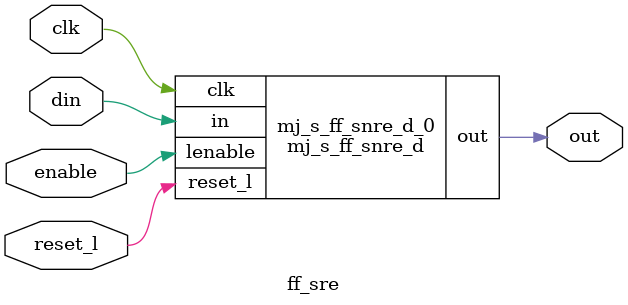
<source format=v>
/*
 *
 * Taken from VCEGAR benchmarks -- http://www.cprover.org/hardware/benchmarks/vcegar-benchmarks.tgz
 * Modified by Ahmed Irfan <irfan@fbk.eu>
 *
 */ 
/****************************************************************
 ---------------------------------------------------------------
     Copyright 1999 Sun Microsystems, Inc., 901 San Antonio
     Road, Palo Alto, CA 94303, U.S.A.  All Rights Reserved.
     The contents of this file are subject to the current
     version of the Sun Community Source License, picoJava-II
     Core ("the License").  You may not use this file except
     in compliance with the License.  You may obtain a copy
     of the License by searching for "Sun Community Source
     License" on the World Wide Web at http://www.sun.com.
     See the License for the rights, obligations, and
     limitations governing use of the contents of this file.

     Sun, Sun Microsystems, the Sun logo, and all Sun-based
     trademarks and logos, Java, picoJava, and all Java-based
     trademarks and logos are trademarks or registered trademarks 
     of Sun Microsystems, Inc. in the United States and other
     countries.
 ----------------------------------------------------------------
******************************************************************/




module icctl (
    biu_icu_ack,       // input  (ic_cntl) <= ()
    clk,               // input  (ibuf_ctl,ic_cntl) <= ()
    icu_addr_2_0,      // input  (ibuf_ctl,ic_cntl) <= ()
    icu_hit,           // input  (ic_cntl) <= ()
    iu_brtaken_e,      // input  (ic_cntl) <= ()
    iu_data_e_0,       // input  (ic_cntl) <= ()
    iu_flush_e,        // input  (ic_cntl) <= ()
    iu_ic_diag_e,      // input  (ic_cntl) <= ()
    iu_psr_ice,        // input  (ic_cntl) <= ()
    iu_shift_d,        // input  (ibuf_ctl) <= ()
    reset_l,             // input  (ibuf_ctl,ic_cntl) <= ()
    pcsu_powerdown,    // input  (ic_cntl) <= ()	
    iu_psr_bm8,        // input  (ic_cntl, ibuf_ctl) <= (iu)
    next_fetch_inc,    // output (ic_cntl) => (icu_dpath)
    encod_shift_e,     // output (ibuf_ctl) => ()
    ibuf_pc_sel,       // output (ibuf_ctl) => ()
    icu_addr_sel,       // output (ic_cntl) => ()
    ibuf_enable,
    ic_data_sel,       // output (ic_cntl) => ()
    ic_dout_sel,       // output (ibuf_ctl) => ()
    icu_bypass_q,      // output (ic_cntl) => ()
    icu_drty_d,        // output (ibuf_ctl) => ()
    icu_itag_we,       // output (ic_cntl) => ()
    latch_biu_addr,    // output (ic_cntl) => ()
    icu_ram_we,        // output (ic_cntl) => ()
    icu_req,           // output (ic_cntl) => ()
    icu_size,          // output (ic_cntl) => ()
    icu_tag_sel,       // output (ic_cntl) => ()
    icu_tag_vld,       // output (ic_cntl) => ()
    icu_type,          // output (ic_cntl) => ()
    icu_vld_d,         // output (ibuf_ctl) => ()
    next_addr_sel,     // output (ic_cntl) => ()
    addr_reg_sel,     // output (ic_cntl) => ()
    addr_reg_enable,
    biu_addr_sel,     // output (ic_cntl) => ()
    diag_ld_cache_c,   // output (icctl) => (icu_dpath)
    icu_in_powerdown,  // output (icctl) => (pcsu)
    icram_powerdown,     // output (icctl) => (icu_dpath)	
    icu_hold,           // output (icctl) => (iu)
    valid,
    misc_wrd_sel,
    fill_word_addr,
    ice_line_align,
    bypass_ack
    );

input	[1:0]	biu_icu_ack;     // Acknowledge from biu that data from memory is available
input		clk;
input	[2:0]	icu_addr_2_0;    // bits 2:0 of icu_addr bus;
input		icu_hit;         // Icache Hit
input		iu_brtaken_e;    // branch taken in E stage
input		iu_data_e_0;     // bit 0 of iu data bus used for diagnostic writes
input		iu_flush_e;      // flush instruction in E stage
input	[3:0]	iu_ic_diag_e;    // diagnostic rd/wr to tags/ram
input		iu_psr_ice;      // Icache Enable in the PSR 
input	[7:0]	iu_shift_d;      // This tells how many times data should be	-- From iu
input		reset_l;
input           pcsu_powerdown;  // PCSU request for powerdown
input           iu_psr_bm8;      // 8 bit boot code enable from IU
input		ice_line_align;  //
output  [3:0]   next_fetch_inc;  // next_fetch_inc = 1, if iu_psr_bm8 is asserted,
                                 // otherwise next_fetch_inc = 4, if bypass
				 // next_fetch_inc = 8, if hit
output	[2:0]	encod_shift_e;   // Encoded value of registerd iu_shft_d to be used in ibuffer for
output	[1:0]	ibuf_pc_sel;     // This will select either the seq. pc or br pc -- To Ibuffer
output	[1:0]	icu_addr_sel;     // select addr input to the tags/data
output		ic_data_sel;     // select cache fill data or misc data for instruction ram
output	[11:0]	ic_dout_sel;     // These selcets will select one of the four 	-- To ibuff
output		icu_bypass_q;    // bypass data from the cache
output	[6:0]	icu_drty_d;      // Dirty outputs from the first 5 locations     -- To iu
output		icu_itag_we;     // Write enable to the tags
output		latch_biu_addr;  // cache miss
output  [1:0]	icu_ram_we;      // write enable to the inst ram
output		ibuf_enable;
output		icu_req;         // request memory on a cache miss
output	[1:0]	icu_size;        // size of transaction
output		icu_tag_sel;     // To select input to the tag ram. either mar or misc store.
output		icu_tag_vld;     // valid bit of the tag - to be written into tagram
output	[3:0]	icu_type;        // type of transaction
output	[6:0]	icu_vld_d;       // Valid outputs from the first 5 locations	-- To iu
output	[3:0]	next_addr_sel;   // select the correct next_addr to access cache
output	[1:0]	addr_reg_sel;   // select the correct next_addr to access cache
output		addr_reg_enable;   // select the correct next_addr to access cache
output	[1:0]	biu_addr_sel;
output		diag_ld_cache_c; // Diagnostic rd to ram
output          icu_in_powerdown;// ICU notifies PCSU it is ready for clock shut off.
output          icram_powerdown; // powerdown signal to RAM and TAG
output          icu_hold;        // hold iu pipe for diagnostic access when
                                 // there is outstanding transaction in ICU
output	[15:0]	valid;
input		misc_wrd_sel;
output	[1:0]	fill_word_addr;
output		bypass_ack;

wire		ibuf_full;
wire		ic_drty;
wire		icu_stall;
wire    [3:0]   next_fetch_inc;

ic_cntl ic_cntl (
    .icu_req       (icu_req),            // output (ic_cntl) => ()
    .icu_type      (icu_type[3:0]),      // output (ic_cntl) => ()
    .icu_size      (icu_size[1:0]),      // output (ic_cntl) => ()
    .icu_addr_sel  (icu_addr_sel[1:0]),   // output (ic_cntl) => ()
    .next_addr_sel (next_addr_sel[3:0]), // output (ic_cntl) => ()
    .addr_reg_sel   (addr_reg_sel), // output (ic_cntl) => ()
    .addr_reg_enable(addr_reg_enable), // output (ic_cntl) => ()
    .biu_addr_sel  (biu_addr_sel[1:0]),  // output (ic_cntl) => ()
    .ic_data_sel   (ic_data_sel),        // output (ic_cntl) => ()
    .icu_tag_sel   (icu_tag_sel),        // output (ic_cntl) => ()
    .ic_drty       (ic_drty),            // output (ic_cntl) => (ibuf_ctl)
    .icu_stall     (icu_stall),          // output (ic_cntl) => (ibuf_ctl)
    .icu_tag_vld   (icu_tag_vld),        // output (ic_cntl) => ()
    .icu_itag_we   (icu_itag_we),        // output (ic_cntl) => ()
    .icu_ram_we    (icu_ram_we[1:0]),    // output (ic_cntl) => ()
    .icu_bypass_q  (icu_bypass_q),       // output (ic_cntl) => ()
    .latch_biu_addr (latch_biu_addr),	 // output (ic_cntl) => ()
    .diag_ld_cache_c(diag_ld_cache_c),   // output (ic_cntl) => (icu_dpath)
    .icu_in_powerdown (icu_in_powerdown),// output (ic_cntl) => ()
    .icram_powerdown (icram_powerdown),	 // output (ic_cntl) => ()
    .icu_hold      (icu_hold),           // output (ic_cntl) => ()
    .iu_ic_diag_e  (iu_ic_diag_e[3:0]),  // input  (ic_cntl) <= ()
    .biu_icu_ack   (biu_icu_ack[1:0]),   // input  (ic_cntl) <= ()
    .iu_psr_ice    (iu_psr_ice),         // input  (ic_cntl) <= ()
    .iu_brtaken_e  (iu_brtaken_e),       // input  (ic_cntl) <= ()
    .iu_flush_e    (iu_flush_e),         // input  (ic_cntl) <= ()
    .ibuf_full     (ibuf_full),          // input  (ic_cntl) <= (ibuf_ctl)
    .icu_hit       (icu_hit),            // input  (ic_cntl) <= ()
    .iu_data_e_0   (iu_data_e_0),        // input  (ic_cntl) <= ()
    .pcsu_powerdown(pcsu_powerdown),     // input  (ic_cntl) <= ()
    .next_fetch_inc(next_fetch_inc),     // output (ic_cntl) =>(icu_dpath)
    .iu_psr_bm8	   (iu_psr_bm8),         // input  (ic_cntl,ibuf_ctl) <=(iu)
    .misc_wrd_sel  (misc_wrd_sel),	 // input  
    .fill_word_addr (fill_word_addr),	 // output	
    .ice_line_align(ice_line_align),
    .bypass_ack    (bypass_ack),
    .clk           (clk),                // input  (ibuf_ctl,ic_cntl) <= ()
    .reset_l       (reset_l)             // input  (ibuf_ctl,ic_cntl) <= ()
    );

ibuf_ctl ibuf_ctl (
    .ic_drty       (ic_drty),            // input  (ibuf_ctl) <= (ic_cntl)
    .ibuf_enable   (ibuf_enable),        // input  (ibuf_ctl) <= (ic_cntl)
    .icu_stall	   (icu_stall),
    .ic_dout_sel   (ic_dout_sel[11:0]),  // output (ibuf_ctl) => ()
    .icu_vld_d     (icu_vld_d[6:0]),     // output (ibuf_ctl) => ()
    .icu_drty_d    (icu_drty_d[6:0]),    // output (ibuf_ctl) => ()
    .ibuf_full     (ibuf_full),          // output (ibuf_ctl) => (ic_cntl)
    .iu_shift_d    (iu_shift_d[7:0]),    // input  (ibuf_ctl) <= ()
    .encod_shift_e (encod_shift_e[2:0]), // output (ibuf_ctl) => ()
    .icu_addr_2_0  (icu_addr_2_0[2:0]),  // input  (ibuf_ctl,ic_cntl) <= ()
    .ibuf_pc_sel   (ibuf_pc_sel[1:0]),   // output (ibuf_ctl) => ()
    .reset_l       (reset_l),            // input  (ibuf_ctl,ic_cntl) <= ()
    .jmp_e         (iu_brtaken_e),       // input  (ibuf_ctl) <= (ic_cntl)
    .valid	   (valid),
    .iu_psr_bm8    (iu_psr_bm8),         // input  (ibuf_ctl,ic_cntl) <= (iu)
    .icu_bypass_q  (icu_bypass_q),       // input  (ibuf_ctl) <= (ic_cntl)
    .clk           (clk)                 // input  (ibuf_ctl,ic_cntl) <= ()
    );


endmodule // icctl


module  ic_cntl(
	icu_addr_sel,
	next_addr_sel,
	addr_reg_sel,
	addr_reg_enable,
	biu_addr_sel,
	icu_tag_sel,
	ic_data_sel,
	icu_req,
	icu_type,
	icu_size,
	ic_drty,
	icu_stall,
	icu_tag_vld,
	icu_itag_we,
	icu_ram_we,
	icu_bypass_q,
	latch_biu_addr,
        diag_ld_cache_c,
  	fill_word_addr,
        icu_in_powerdown,
        icram_powerdown,
        next_fetch_inc, 

	// INPUTS
	iu_psr_bm8,
	iu_psr_ice,
	iu_flush_e,
	iu_ic_diag_e,
	iu_brtaken_e,
	ibuf_full,
	iu_data_e_0,
	icu_hit,
	biu_icu_ack,
        pcsu_powerdown,
	icu_hold,
	misc_wrd_sel,
	ice_line_align,
	bypass_ack,
	clk,
	reset_l
	);
	


output			icu_req;	// request memory on a cache miss
output	[3:0]		icu_type;	// type of transaction
output	[1:0]		icu_size;	// size of transaction
output	[1:0]		icu_addr_sel;	// select addr input to the tags/data
output	[3:0]		next_addr_sel;	// select the correct next_addr to access cache
output	[1:0]		addr_reg_sel;	// select the correct next_addr to access cache
output			addr_reg_enable;// enable to icu_addr_d1 latch
output  [1:0]           biu_addr_sel;
output			ic_data_sel;	// select cache fill data or misc data for instruction ram
output			icu_tag_sel;	// To select input to the tag ram. either mar or misc store.
output			ic_drty;	// Error acknowledge returned by memory
output			icu_stall;	// Stall to iu pipe for diagnostic rd/writes
output			icu_tag_vld;	// valid bit of the tag - to be written into tagram
output			icu_itag_we;	// Write enable to the tags
output	[1:0]		icu_ram_we;	// write enable to the inst ram
output			icu_bypass_q;	// bypass data from the cache
output			latch_biu_addr; // latch the memory addr (in case of cache miss)
output                  diag_ld_cache_c;// diagnostic rd to ram
output	[1:0]		fill_word_addr; //  word addr during fill
output                  icu_in_powerdown;// ICU notifies PCSU it is ready for clock shut off.
output                  icram_powerdown;// powerdown signal to RAM and TAG
output  [3:0]           next_fetch_inc; // next_fetch_inc = 1, if iu_psr_bm8 is asserted,
                                        // otherwise next_fetch_inc = 4, if bypass, 8, if hit
output			icu_hold;       // hold iu pipe for diagnostic access when
					// there is outstanding transaction in ICU 
input           	iu_psr_bm8;     // 8 bit boot code enable from IU
input	[3:0]		iu_ic_diag_e;	// diagnostic rd/wr to tags/ram
input	[1:0]		biu_icu_ack;	// Acknowledge from biu that data from memory is available
input			iu_psr_ice;	// Icache Enable in the PSR 
input			iu_brtaken_e;	// branch taken in E stage
input			iu_flush_e;	// flush instruction in E stage
input			ibuf_full;	// Ibuffer is full. (icache should go idle)
input			icu_hit;	// Icache Hit
input			iu_data_e_0;	// bit 0 of iu data bus used for diagnostic writes
input                   pcsu_powerdown; // PCSU request for powerdown
input			misc_wrd_sel;
input			ice_line_align;
output			bypass_ack;
input			clk;
input			reset_l;

wire			normal_ack;
wire			second_fill_cyc;
wire 			third_fill_cyc;
wire			fourth_fill_cyc;
wire			nc_fill_cyc;
wire			error_ack;
wire	[6:0]		ic_miss_state;
reg	[6:0]		tmp_ic_miss_state;
wire	[6:0]		next_miss_state;
wire			valid_diag_e;
wire			valid_diag_c;
wire			icu_miss;
wire			ic_idle;
wire			diag_st_cache_e;
wire			diag_ld_cache_e;
wire			diag_st_tag_e;
wire			diag_ld_tag_e;
wire			set_stall ;
wire			cache_fill_cyc;
wire			stall_valid;
wire			reset_d1_l ;
wire			jmp_e;
wire			fourth_fill_cyc_d1;
wire			nc_fill_cyc_d1;
wire			ic_idle_d1;
wire                    icram_powerdown;
wire 	[3:0]		next_fetch_inc;
wire 			qual_iu_flush_e; 
wire			icu_hold;
wire			nc_req;
wire			ic_req;
wire 			cacheable;
wire 			qual_iu_psr_ice;
wire 			qual_iu_psr_ice_q;
wire			icu_bypass_q;
wire			standby_d1;
wire			new_psr_ice;

// *****************************************************************************
// 
// iu_psr_ice does not become effective until the subsequent icu_addr_d1 
// becomes aligned on line boundary( ice_line_align=(icu_addr_d1[3:0] == 4'h0) ).
// This simplifies the ibuffer new_valid equations because with ice_line_align  
// used to qualify iu_psr_ice there should be no need to align the cached data 
// to fill the ibuffer in the middle. This corner case occurs in a scenario:
//
// The cache is on while ibuf's PC is on 2nd or 4th word. After the line has been 
// filled to I$, the 2nd or 4th word needs to be aligned and filled to Ibuffer.    
// This kind of alignment complicates the new_valid equations and verification
// work.  
// 
// With qual_iu_psr_ice, if there is any alignment, it must be caused by branch
// or trap and the data always fill from the first byte of the ibuffer. 
//
// ******************************************************************************


// qual_iu_psr_ice changes only when there is a fetch address in cache access
// stage along a cache line boundary.
wire    qual_iu_psr_ice_sel = ic_idle& ice_line_align & !valid_diag_c&!nc_fill_cyc_d1&!fourth_fill_cyc_d1;
assign  qual_iu_psr_ice = qual_iu_psr_ice_sel ? new_psr_ice : qual_iu_psr_ice_q;
 
// Latch the new PSR bit only when in idle.
ff_sre  iu_psr_ice_reg (    		.out(new_psr_ice),
                                        .din(iu_psr_ice),
                                        .clk(clk),
					.enable(ic_idle),
                                        .reset_l(reset_l)
                                        );

mj_s_ff_snr_d  qual_iu_psr_ice_reg (    .out(qual_iu_psr_ice_q),
                                        .in(qual_iu_psr_ice),
                                        .clk(clk),
                                        .reset_l(reset_l)
                                        );
 

wire    valid_diag_window  = valid_diag_e | valid_diag_c;

// **************************************************************
//
// Icu_hold is generated to hold iu pipe for diagnostic access 
// when there is outstanding transaction in ICU.
// 
// **************************************************************

assign  icu_hold = (|iu_ic_diag_e[3:0] | (iu_flush_e & iu_psr_ice ))
                    & !ic_idle;


// **************************************************************
//
// iu_flush_e needs to be qualified by iu_psr_ice
// iu_flush_e is treated as a nop if iu_psr_ice is set to zero
// iu_flush_e also needs to be qualified by ic_idle since the 
// Icache flush can only be carried out when there is no 
// outstanding ICU transaction.
//
// **************************************************************

assign qual_iu_flush_e= iu_flush_e & iu_psr_ice & ic_idle;

// temp connection
// assign pcsu_powerdown = 1'b0;

// **************************************************************
//
// 8 Bit Boot Code Mode: 
//
// To perform boot mode correctly you need to be 
// aware of the following pitfalls:
// 
// 1. The execution of the priv_write_prs instruction 
//    disables the boot mode. So, do NOT use the priv_write_prs 
//    instruction until after the branch to non-boot memory 
//    location occurs.
//
// 2. To execute the priv_write_prs without modifing the 
//    content, you need issue priv_read_prs before 
//    priv_write_prs. So, use these two instructions as a pair   
//    to perform disabling Boot Mode.
//
// 3. The pair MUST start at word boundary.
//
// 4. Four Nops are required to inserted after the priv_write_prs
//    in order to recover from boot mode to word acccess.   
//
// 5. The pj_boot8 pin needs to tied to HIGH.
//    
// To summarize the usage, the boot code should be written in the 
// style shown as below:
//
// (8 bit PROM)
// Boot_Start:  Instruction_1
//              Instruction_2
//              ...
//              goto Application  // Application program must
//                                // begin at word boundary
//
// (Non-boot Memory)
// Application: priv_read_reg_psr  // To avoid modifing psr,the
//                                 // content of psr is pushed
//		sipush 0xBFFF      // Zero the bit 14 (PSR.BM8)
//    		iand		   //
//              priv_write_reg_psr // Then disable boot mode by
//                                 // poping the content to psr
//
//              nop                // 4 nops are inserted to
//              nop                // recover from boot mode to 
//	        nop		   // word acccess
//              nop
//
// **************************************************************

assign next_fetch_inc =  iu_psr_bm8     ? 4'b0001: 
                         !qual_iu_psr_ice ? 4'b0100 : 4'b1000;  

// Decode of Various signals
assign	valid_diag_e = qual_iu_flush_e | iu_ic_diag_e[3] | iu_ic_diag_e[2] | 
                       iu_ic_diag_e[1] | iu_ic_diag_e[0] ;

// **************************************************************
// diag_xx_xxx_e 
//
// The following diag_xx_xxx_e signals need to be qualified by 
// ic_idle because the diagnostic access can only be carried out 
// when there is no outstanding ICU transaction.
// **************************************************************

wire    diag_ld_c;
assign  diag_st_cache_e = iu_ic_diag_e[3]& ic_idle;
assign  diag_ld_cache_e = iu_ic_diag_e[2]& ic_idle;
assign  diag_st_tag_e   = iu_ic_diag_e[1]& ic_idle;
assign  diag_ld_tag_e   = iu_ic_diag_e[0]& ic_idle;

mj_s_ff_snr_d  diag_ld_c_reg (	.out(diag_ld_c),
				.in(diag_ld_cache_e|diag_ld_tag_e),
		                .clk(clk),
                      		.reset_l(reset_l)
				);

// Generate a miss only if in idle state and no diagnostic rd/wr in C stage.
// diagnostics should not generate any misses. but , at the same time they
// should generate a stall for ibuffer, so that it ignores data on the bus to 
// ibuffer.

// *** NOTE ***
// To suppress cache enable during the boot mode qual_iu_psr_ice needs to be
// negated by iu_psr_bm8.

assign  icu_miss =  (!qual_iu_psr_ice |iu_psr_bm8 | (!icu_hit) )
		    & ic_idle & !valid_diag_c&!fourth_fill_cyc_d1&!nc_fill_cyc_d1&!ic_drty;

// we latch on a miss or if there is a diagnostic rd/wr in c stage. we dont
// want to latch that address, as it is not in the instruction code flow.

// Note: latch_biu_addr means close biu_addr register. We use !latch_biu_addr
//       to latch the new icu_addr. So icu_miss is removed.


assign	fill_word_addr[1] = ic_miss_state[4] | ic_miss_state[5];
assign	fill_word_addr[0] = ic_miss_state[3] | ic_miss_state[5];

assign latch_biu_addr =   valid_diag_c | !ic_idle  ;

assign	normal_ack = biu_icu_ack[0] & !biu_icu_ack[1] ;
assign	error_ack  = biu_icu_ack[1] ;
assign  bypass_ack = normal_ack | error_ack;

// Delay ic_drty by one clock, as data

mj_s_ff_s_d  ic_drty_reg (	.out(ic_drty),
				.in(biu_icu_ack[1]),
                      		.clk(clk)
				);

// Delay ic_miss_state[2] by one clock to qualify icu_req 


mj_s_ff_snr_d  diag_ld_cache_c_reg (	.out(diag_ld_cache_c),
                        		.in(diag_ld_cache_e),
                        		.clk(clk),
                        		.reset_l(reset_l)
					);

mj_s_ff_snr_d  valid_diag_c_reg (	.out(valid_diag_c),
					.in(valid_diag_e),
					.clk(clk),
					.reset_l(reset_l)
					);

mj_s_ff_s_d  reset_reg (	.out(reset_d1_l),
	                        .in(reset_l),
	                        .clk(clk)
				);


// Generation of Mux selects
// Decreasing Priority for address buses
// 1. Reset 
// 2. Cache fill
// 3. Valid Diagnostic in E stage
// 4. Stalled branch/Trap pc
// 5. trap/branch 
// 6. ibuffer full
// 7. next sequential pc

// Select br_pc or next_addr. if I$ miss handling in progress, branch gets
// lower priority.
assign	icu_addr_sel[1]	=  jmp_e&(ic_idle&reset_d1_l);
assign	icu_addr_sel[0]	= ~icu_addr_sel[1];

// Mux used to latch the next sequential addr or branch addr.
assign	addr_reg_sel[1]	=  jmp_e;
assign	addr_reg_sel[0]	=  ~jmp_e;	

// used to latch branch addr or next sequential addr.
// latch contents if standby,ibuffer is full or diagnostic ld/st or I$ miss when I$ is On.
// we reissue the addr after fill is done. For noncacheable, the data is directly given to
// ibuffer.
assign	addr_reg_enable =  jmp_e | !( standby_d1|ibuf_full|valid_diag_window | !ic_idle |icu_miss |
				stall_valid | fourth_fill_cyc_d1);

// select cache fill address for reset or when not in idle mode
// select iu_addr_e for diagnostic rd/wr
// reissue addr for branch pending,ibuffer full, for cycle after cache misses,or valid diagnostic.
// else next addr.
// note: diagnostics in E and C freeze the fetch pipe.once the diagnostic rd/wr is done,we continue
// with the same fetch in C

assign	next_addr_sel[3] = ~reset_d1_l | !ic_idle ;
assign	next_addr_sel[2] = valid_diag_e&ic_idle&reset_d1_l;
assign	next_addr_sel[1] = (stall_valid|ibuf_full| fourth_fill_cyc_d1|valid_diag_c)&reset_d1_l&ic_idle&~valid_diag_e;
assign	next_addr_sel[0] = ~stall_valid&~ibuf_full&reset_d1_l&ic_idle&~valid_diag_e&~fourth_fill_cyc_d1;


assign  biu_addr_sel[1]  = ic_miss_state[2]|(ic_idle&cacheable);
assign  biu_addr_sel[0]  = !(ic_miss_state[2]|(ic_idle&cacheable));

// Generation of Stall valid 
// When a branch is taken or trap occurs and icache is busy doing a cache fill,
// we stall the branch till the fill is done and then the branch is taken.
// to keep track of the jump, we use signal stall_valid

// Generation of standby_d1:
// If Powerdown occurs at idle state, after powerdown ends 
// the state machine enters idle state again, The assertion of !icu_stall 
// should be inhibited by asserting set_stall because no valid data is available.   
// 
// However if powerdown occurs on executing goto within a line , then
// after powerdown ends the state machine enters idle state and generates 
// !icu_stall because the pending goto has a hit. 
// The assertion of !icu_stall should NOT be inhibited for this case.   


mj_s_ff_s_d  standby_d1_reg (	.out(standby_d1),
                                .in(icu_in_powerdown),
                                .clk(clk)
				);

assign	set_stall =  (iu_brtaken_e) & !ic_idle | 
                     (stall_valid & !ic_idle);

// Generation of miss due to branch or trap

mj_s_ff_snr_d  set_stall_reg (	.out(stall_valid),
			        .in(set_stall),
			        .clk(clk),
			        .reset_l(reset_l)
				);

assign	jmp_e	= iu_brtaken_e;

// Select input to tag ram
// when there is data coming back from memory, select MAR for tag input
assign	icu_tag_sel = normal_ack | (ic_idle & !valid_diag_e) ;

// select input to inst ram
// when there is data coming back from memory, select biu data from data input
assign	ic_data_sel = normal_ack | error_ack ;


// Generation of Write Enables for RAMs/TAGs
// write to tags during the last cycle of cache fill or during diagnostic writes to tags
// we write to the tags in both the cycles. in the first cycle, we invalidate the
// tag. In the second cycle , we validate the tag. This way  we avoid wierd
// corner cases when part of new data has been written into and the transaction
// is cancelled due to diagnostic wr/rd or error acks.

assign	icu_itag_we	=  cache_fill_cyc |  diag_st_tag_e | qual_iu_flush_e;
assign	icu_ram_we[1]	=  ((ic_miss_state[2]|ic_miss_state[4]) & normal_ack) |
                           (diag_st_cache_e & !misc_wrd_sel);
assign	icu_ram_we[0]	=  ((ic_miss_state[3]|ic_miss_state[5]) & normal_ack) |
			   (diag_st_cache_e & misc_wrd_sel);
wire    icu_bypass      =  ic_miss_state[1] | error_ack;

mj_s_ff_s_d  icu_bypass_reg (	.out(icu_bypass_q),
                                .in(icu_bypass),
                                .clk(clk)
				);


// Generation of Valid bit for Tags
// valid bit set whenever cache fill is done or during a diagnostic write .
assign	icu_tag_vld 	=  ((ic_miss_state[5] & normal_ack) | diag_st_tag_e & iu_data_e_0)& !qual_iu_flush_e ;

// Generation of icu_stall signal
// icu_stall becomes high if
//   . or if there's an i$ miss 
//   . or if i$ is not idle and the first fill data is not back yet
// * or if there is an outstanding branch/trap and
// 	or if there is a valid diagnostic in C stage and 1 clock after reset.(no valid data)


wire           valid_diag_window_d1;

mj_s_ff_s_d  valid_diag_window_flop (	.out(valid_diag_window_d1),
		                        .in(valid_diag_window),
		                        .clk(clk)
					);

// no valid data on cache miss or during cache miss transaction. but,during nc accesses, when data
// is back, we accept it even if cache miss is indicated. Also, for cache misses when the Icache is
// ON, when the data is written into the I$, the last cycle is ignored(fourth_fill_cyc_d1).bcos,
// the addr is issued again and the correct data is available a cycle later.

assign icu_stall = (icu_miss )| (!ic_idle| valid_diag_window | stall_valid | ibuf_full | standby_d1 
			|!reset_d1_l | fourth_fill_cyc_d1);
			


// For generation of icu_stall (signal which informs ibuffer that data on bus to ibuffer is invalid)
// we need to generate a signal fourth_fill_cyc_d1 which indicates that the  fourth word being 
// written into the icache in this cycle. Thus, any hit obtained due to this 
// new write is nullified and thus icu_stall remains valid.

mj_s_ff_snr_d  nc_fill_cyc_flop (	.out(nc_fill_cyc_d1),
					.in(nc_fill_cyc&~stall_valid),
					.clk(clk),
					.reset_l(reset_l)
					);

mj_s_ff_snr_d  fourth_fill_cyc_flop (	.out(fourth_fill_cyc_d1),
					.in(fourth_fill_cyc&~stall_valid),
					.clk(clk),
					.reset_l(reset_l)
					);

/************** ICACHE  MISS STATE MACHINE ******************/

assign          ic_idle         = ic_miss_state[0];
assign          nc_req          = ic_miss_state[1];
assign          icu_req         = ic_miss_state[1] | ic_miss_state[2];
assign          ic_req          = ic_miss_state[2]|ic_miss_state[3]|ic_miss_state[4]|
				  ic_miss_state[5];


assign		second_fill_cyc	= (ic_miss_state[3] & (normal_ack | error_ack));

assign		third_fill_cyc	= (ic_miss_state[4] & (normal_ack | error_ack));

assign		fourth_fill_cyc	= (ic_miss_state[5] & (normal_ack | error_ack));

assign		nc_fill_cyc	= ic_miss_state[1] & (normal_ack | error_ack) ;

assign		cache_fill_cyc  = (ic_miss_state[2]|ic_miss_state[3]|ic_miss_state[4]|
                                   ic_miss_state[5]) & (normal_ack | error_ack);

assign		icu_type[0]	= 1'b0;	// always a load
assign		icu_type[1]	= ic_miss_state[1];// noncacheable if icache turned off
assign		icu_type[2]	= 1'b0;		// for icache req - 0
assign		icu_type[3]     = 1'b0;		// for icache req = 0

assign		icu_size[0]     = 1'b0;
assign		icu_size[1]     = !iu_psr_bm8;

assign 		cacheable       = qual_iu_psr_ice & !iu_psr_bm8;

   
//assign  next_miss_state[6:0]    =       miss_state( ic_miss_state[6:0],
//					valid_diag_window,
 //                                       icu_miss,
  //                                      normal_ack,
//                                        cacheable,
//                                        error_ack,
//					pcsu_powerdown,
//					jmp_e,
//                                        ibuf_full);

miss_state miss_state(	valid_diag_window,
                                          icu_miss,
                                          normal_ack,
                                          cacheable,
                                          error_ack,
  					pcsu_powerdown,
  					jmp_e,
                                          ibuf_full, reset_l, ic_miss_state); 


// triquest state_vector {ic_miss_state[6:1] ic_miss_state[0]} ICU_MISS_STATE enum ICU_MISS_STATE_ENUM
//always @(posedge clk)
//  if (~reset_l)
//    ic_miss_state = 7'b0000001;
//  else
//    ic_miss_state = next_miss_state;
always @ (posedge clk)
	tmp_ic_miss_state <= ic_miss_state;

initial tmp_ic_miss_state = 7'b0000001;

//HIMANSHU
//tmp_ic_miss_state  is like current state 
//ic_miss_state is next state

mj_s_ff_s_d  ic_idle_d1_reg (	.out(ic_idle_d1),
			        .in(ic_idle),
			        .clk(clk)
				);

// **************************************************************
//
// Power Down Feature for ICU: 
//
// Most RAM cells have a pin to disable all functions
// except for the retaining of data in order to reduce
// power consumption.
//
// Normal Power Down Mode:
//
// ICU enters the normal power down state
// when ICU is waiting for NC data or the missed data.
// A signal, icram_powerdown is asserted in this state and
// the state remains unchanged until normal_ack returns or
// valid_diag_e occurs.
//
// As an option, the signal, icram_powerdown can be
// connected to a powerdown pin of the RAM megacell.
//
// Standby Power Down Mode:
//
// State machine enters the standby power down state
// after PCSU asserts pcsu_powerdown signals and ICU
// completes the pending access.
// In this state,  a signal, icu_in_powerdown will be
// asserted to PCSU. Then PCSU shuts off the clock to ICU.
//
// Notes:
//
//   1. The powerdown pin is a registered input to RAM cell.
//
//   2. The powerdown signal should be set up before the 
//      rising edge of the clock.
//          
//   3. All inputs except powerdown signal are ignored during
//      the powerdown mode.
// Diagram:
//                    ______        ______        ______
//   clk       ______/      \______/      \______/      \_
//                                             
//                                        Tsetup | Thold
//                  _________________________    | 
//   powerdown ____/                         \____________
//				                 |
//   inputs    _____________________________  _____  ____
//                     Ignored              \/valid\/
//             _____________________________/\_____/\____
//
// **************************************************************

assign icram_powerdown = !ic_idle & !normal_ack & !valid_diag_window;
assign icu_in_powerdown = ic_miss_state[6] & !jmp_e;


//   assert property (tmp_ic_miss_state==7'b0000001 | tmp_ic_miss_state==7'b0000010 | tmp_ic_miss_state==7'b0000100 | tmp_ic_miss_state==7'b0001000 | tmp_ic_miss_state==7'b0010000 | tmp_ic_miss_state==7'b0100000 | tmp_ic_miss_state==7'b1000000 |  tmp_ic_miss_state==7'b0000000 );
   assert property (tmp_ic_miss_state==7'b0000001 | tmp_ic_miss_state==7'b0000010 | (tmp_ic_miss_state==7'b0000100  && (ic_miss_state==7'b0001000 | ic_miss_state==7'b0000001 | ic_miss_state==7'b0000000 | ic_miss_state==7'b0000100))| tmp_ic_miss_state==7'b0001000 | tmp_ic_miss_state==7'b0010000 | tmp_ic_miss_state==7'b0100000 | tmp_ic_miss_state==7'b1000000 |  tmp_ic_miss_state==7'b0000000 );
//   assert property ((tmp_ic_miss_state==7'b0000100  && (ic_miss_state==7'b0001000 | ic_miss_state==7'b0000001 | ic_miss_state==7'b0000000 | ic_miss_state==7'b0000100)) | ~(tmp_ic_miss_state==7'b0000100));
//   assert property ((tmp_ic_miss_state==7'b0000001  && (ic_miss_state==7'b0000000 | ic_miss_state==7'b0000001 | ic_miss_state==7'b0000010   | ic_miss_state==7'b0000100 | ic_miss_state==7'b1000000)) | ~(tmp_ic_miss_state==7'b00000001));
   

//always begin
//assert property3 (tmp_ic_miss_state==7'b0000001 | tmp_ic_miss_state==7'b0000010 | (tmp_ic_miss_state==7'b0000100  && (ic_miss_state==7'b0001000 | ic_miss_state==7'b0000001 | ic_miss_state==7'b0000000))| tmp_ic_miss_state==7'b0001000 | tmp_ic_miss_state==7'b0010000 | tmp_ic_miss_state==7'b0100000 | tmp_ic_miss_state==7'b1000000|  tmp_ic_miss_state==7'b0000000);
//end

endmodule // ic_cntl




//function [6:0] 	miss_state ;

module miss_state (valid_diag_window, icu_miss, normal_ack, cacheable, error_ack, pcsu_powerdown, jmp_e, ibuf_full, reset_l, miss_state_output);
//input   [6:0]  	cur_state ;
input		valid_diag_window;
input          	icu_miss ;
input          	normal_ack;
input          	cacheable ;
input          	error_ack ;
input          	pcsu_powerdown;
input           jmp_e;
input           ibuf_full;
 
//reg     [6:0]  	miss_state_output;
input reset_l;

output [6:0]  miss_state_output;
reg [6:0]  miss_state_output;
initial miss_state_output =  7'b0000001;

// State Encoding
parameter // triquest enum ICU_MISS_STATE_ENUM
        IDLE            = 7'b0000001,
	NC_REQ_STATE	= 7'b0000010,
        REQ_STATE       = 7'b0000100,
        FILL_2ND_WD     = 7'b0001000,
        REQ_STATE2      = 7'b0010000,
        FILL_4TH_WD     = 7'b0100000,
        STANDBY_PWR_DN  = 7'b1000000; 


always @ (posedge clk)
 if (~reset_l)
    miss_state_output = 7'b0000001;
  else	
	case    (miss_state_output)     // synopsys parallel_case
        IDLE:   begin
                if (pcsu_powerdown & !jmp_e & !valid_diag_window) begin
                miss_state_output = STANDBY_PWR_DN;
                end
                else if (valid_diag_window | ibuf_full | jmp_e) begin
                miss_state_output = miss_state_output;
                end
                else if(icu_miss&!cacheable) begin
                miss_state_output = NC_REQ_STATE ;
                end
		else if (icu_miss&cacheable) begin
		miss_state_output = REQ_STATE;
		end
                else    miss_state_output = miss_state_output ;
        end

	NC_REQ_STATE: begin
                if(normal_ack| error_ack) begin
                miss_state_output = IDLE ;
                end
                else    miss_state_output = miss_state_output ;
        end

        REQ_STATE: begin
                if (normal_ack) begin
                miss_state_output = FILL_2ND_WD;
                end
                else if (error_ack) begin
                miss_state_output = IDLE ;
                end
                else miss_state_output = miss_state_output ;
 	end
 
        FILL_2ND_WD: begin
                if(normal_ack) begin
                miss_state_output = REQ_STATE2;
                end
                else if (error_ack) begin
                miss_state_output = IDLE ;
                end
                else miss_state_output = miss_state_output ;
        end

        REQ_STATE2: begin
                if(normal_ack) begin
                miss_state_output = FILL_4TH_WD;
                end
                else if (error_ack) begin
                miss_state_output = IDLE ;
                end
                else miss_state_output = miss_state_output ;
        end

        FILL_4TH_WD: begin
                if(normal_ack| error_ack) begin
                miss_state_output = IDLE;
                end
                else miss_state_output = miss_state_output ;
        end

        STANDBY_PWR_DN: begin
                if(!pcsu_powerdown | jmp_e ) begin
                miss_state_output = IDLE;
                end
                else miss_state_output = STANDBY_PWR_DN;
        end

        default:        miss_state_output = 7'b0;

endcase
//miss_state = miss_state_output ;
//end
endmodule
//endfunction // miss_state






module ibuf_ctl (

	ic_drty,
	icu_stall,
	ibuf_enable,
	ic_dout_sel,
	icu_vld_d,
	icu_drty_d,
	ibuf_full,
	iu_shift_d,
	encod_shift_e,
	icu_addr_2_0,
	ibuf_pc_sel,
	reset_l,
	jmp_e,
	valid,
	iu_psr_bm8,
	icu_bypass_q,
	clk
);

input		ic_drty;		// This bit tells that data from Icache is 	-- From iu
					// dirty
input		icu_stall;		// Ecache miss signal				-- From iu
output	[11:0]	ic_dout_sel;		// These selects will select one of the eight 	-- To ibuff
					// bytes from bypass/icache to ibuffer
					// Icache or following buffers in ibuffer
output	[6:0]	icu_vld_d;		// Valid outputs from the first 5 locations	-- To iu
output	[6:0]	icu_drty_d;		// Dirty outputs from the first 5 locations     -- To iu
output		ibuf_full;		// This tells that Ibuffer is full		-- To iu
input	[7:0]	iu_shift_d;		// This tells how many times data should be	-- From iu
					// shifted
output	[2:0]	encod_shift_e;		// Encoded value of iu_shft_e to be used in ibuffer for
					// calculating the value of the address of the first
					// datum in the ibuffer
input	[2:0]	icu_addr_2_0;		// The lower 3 bits of the PC			-- From iu
output	[1:0]	ibuf_pc_sel;		// This will select either the seq. pc or br pc -- To Ibuffer
output		ibuf_enable;
output	[15:0]	valid;			// Valid bits of ibuffer entries
input		reset_l;
input		jmp_e;
input		iu_psr_bm8;             // 8 bit boot code enable from IU               -- From iu
input		icu_bypass_q;
input		clk;

wire	[3:0]	ic_dout_sel_ext;
wire	[15:0]	dirty;
wire	[15:0]	new_valid;
wire	[15:0]	new_dirty;
wire	[15:0]	buf_ic_valid;
wire	[15:0]	buf_ic_drty;
wire		ibuf_en;
wire		squash_vld;
wire	[15:0]	ic_fill_sel;

assign	ibuf_enable =  !icu_stall |!iu_shift_d[0];
assign	ibuf_en	    =  !icu_stall | !iu_shift_d[0] | jmp_e;




ibuf_ctl_slice	ibuf_ctl_0 (.valid_bits(buf_ic_valid[7:1]),
			.dirty_bits(buf_ic_drty[7:1]),
			.shft_dsel(iu_shift_d[7:0]),
			.valid_out(valid[0]),
			.dirty_out(dirty[0]),
			.buf_ic_drty(buf_ic_drty[0]),
			.buf_ic_valid(buf_ic_valid[0]),
			.jmp_e	(jmp_e),
			.ibuf_en(ibuf_en),
			.icu_stall(icu_stall),
			.fill_sel(ic_fill_sel[0]),
			.new_valid(new_valid[0]),
			.new_dirty(new_dirty[0]),
			.reset_l(reset_l),
			.clk(clk));
			
ibuf_ctl_slice	ibuf_ctl_1 (.valid_bits(buf_ic_valid[8:2]),
			.dirty_bits(buf_ic_drty[8:2]),
			.shft_dsel(iu_shift_d[7:0]),
			.valid_out(valid[1]),
			.dirty_out(dirty[1]),
			.buf_ic_drty(buf_ic_drty[1]),
			.buf_ic_valid(buf_ic_valid[1]),
			.icu_stall(icu_stall),
			.jmp_e	(jmp_e),
			.ibuf_en(ibuf_en),
			.fill_sel(ic_fill_sel[1]),
			.new_valid(new_valid[1]),
			.new_dirty(new_dirty[1]),
			.reset_l(reset_l),
			.clk(clk));

ibuf_ctl_slice  ibuf_ctl_2 (.valid_bits(buf_ic_valid[9:3]),
                        .dirty_bits(buf_ic_drty[9:3]),
                        .shft_dsel(iu_shift_d[7:0]),
			.ibuf_en(ibuf_en),
                        .valid_out(valid[2]),
			.icu_stall(icu_stall),
                        .dirty_out(dirty[2]),
			.buf_ic_drty(buf_ic_drty[2]),
			.buf_ic_valid(buf_ic_valid[2]),
			.fill_sel(ic_fill_sel[2]),
			.jmp_e	(jmp_e),
                        .new_valid(new_valid[2]),
                        .new_dirty(new_dirty[2]),
                        .reset_l(reset_l),
                        .clk(clk));

ibuf_ctl_slice  ibuf_ctl_3 (.valid_bits(buf_ic_valid[10:4]),
                        .dirty_bits(buf_ic_drty[10:4]),
                        .shft_dsel(iu_shift_d[7:0]),
                        .valid_out(valid[3]),
                        .dirty_out(dirty[3]),
			.buf_ic_drty(buf_ic_drty[3]),
			.buf_ic_valid(buf_ic_valid[3]),
			.ibuf_en(ibuf_en),
			.fill_sel(ic_fill_sel[3]),
			.icu_stall(icu_stall),
			.jmp_e	(jmp_e),
                        .new_valid(new_valid[3]),
                        .new_dirty(new_dirty[3]),
                        .reset_l(reset_l),
                        .clk(clk));

ibuf_ctl_slice  ibuf_ctl_4 (.valid_bits(buf_ic_valid[11:5]),
                        .dirty_bits(buf_ic_drty[11:5]),
                        .shft_dsel(iu_shift_d[7:0]),
                        .valid_out(valid[4]),
                        .dirty_out(dirty[4]),
			.buf_ic_drty(buf_ic_drty[4]),
			.buf_ic_valid(buf_ic_valid[4]),
			.jmp_e	(jmp_e),
			.fill_sel(ic_fill_sel[4]),
			.icu_stall(icu_stall),
			.ibuf_en(ibuf_en),
                        .new_valid(new_valid[4]),
                        .new_dirty(new_dirty[4]),
                        .reset_l(reset_l),
                        .clk(clk));

ibuf_ctl_slice  ibuf_ctl_5 (.valid_bits(buf_ic_valid[12:6]),
                        .dirty_bits(buf_ic_drty[12:6]),
                        .shft_dsel(iu_shift_d[7:0]),
                        .valid_out(valid[5]),
                        .dirty_out(dirty[5]),
			.buf_ic_drty(buf_ic_drty[5]),
			.buf_ic_valid(buf_ic_valid[5]),
			.jmp_e	(jmp_e),
			.icu_stall(icu_stall),
			.fill_sel(ic_fill_sel[5]),
                        .new_valid(new_valid[5]),
			.ibuf_en(ibuf_en),
                        .new_dirty(new_dirty[5]),
                        .reset_l(reset_l),
                        .clk(clk));

ibuf_ctl_slice  ibuf_ctl_6 (.valid_bits(buf_ic_valid[13:7]),
                        .dirty_bits(buf_ic_drty[13:7]),
                        .shft_dsel(iu_shift_d[7:0]),
                        .valid_out(valid[6]),
                        .dirty_out(dirty[6]),
			.buf_ic_drty(buf_ic_drty[6]),
			.buf_ic_valid(buf_ic_valid[6]),
                        .new_valid(new_valid[6]),
			.jmp_e	(jmp_e),
			.icu_stall(icu_stall),
			.ibuf_en(ibuf_en),
			.fill_sel(ic_fill_sel[6]),
                        .new_dirty(new_dirty[6]),
                        .reset_l(reset_l),
                        .clk(clk));

ibuf_ctl_slice  ibuf_ctl_7 (.valid_bits(buf_ic_valid[14:8]),
                        .dirty_bits(buf_ic_drty[14:8]),
                        .shft_dsel(iu_shift_d[7:0]),
                        .valid_out(valid[7]),
                        .dirty_out(dirty[7]),
			.buf_ic_drty(buf_ic_drty[7]),
			.buf_ic_valid(buf_ic_valid[7]),
			.jmp_e	(jmp_e),
			.ibuf_en(ibuf_en),
			.icu_stall(icu_stall),
			.fill_sel(ic_fill_sel[7]),
                        .new_valid(new_valid[7]),
                        .new_dirty(new_dirty[7]),
                        .reset_l(reset_l),
                        .clk(clk));

ibuf_ctl_slice  ibuf_ctl_8 (.valid_bits(buf_ic_valid[15:9]),
                        .dirty_bits(buf_ic_drty[15:9]),
                        .shft_dsel(iu_shift_d[7:0]),
                        .valid_out(valid[8]),
                        .dirty_out(dirty[8]),
			.buf_ic_drty(buf_ic_drty[8]),
			.buf_ic_valid(buf_ic_valid[8]),
			.jmp_e	(jmp_e),
			.ibuf_en(ibuf_en),
			.icu_stall(icu_stall),
			.fill_sel(ic_fill_sel[8]),
                        .new_valid(new_valid[8]),
                        .new_dirty(new_dirty[8]),
                        .reset_l(reset_l),
                        .clk(clk));

ibuf_ctl_slice  ibuf_ctl_9 (.valid_bits({1'b0,buf_ic_valid[15:10]}),
                        .dirty_bits({1'b0,buf_ic_drty[15:10]}),
                        .shft_dsel(iu_shift_d[7:0]),
                        .valid_out(valid[9]),
			.jmp_e	(jmp_e),
			.fill_sel(ic_fill_sel[9]),
			.ibuf_en(ibuf_en),
			.icu_stall(icu_stall),
                        .dirty_out(dirty[9]),
			.buf_ic_drty(buf_ic_drty[9]),
			.buf_ic_valid(buf_ic_valid[9]),
                        .new_valid(new_valid[9]),
                        .new_dirty(new_dirty[9]),
                        .reset_l(reset_l),
                        .clk(clk));

ibuf_ctl_slice  ibuf_ctl_10 (.valid_bits({2'b0,buf_ic_valid[15:11]}),
                        .dirty_bits({2'b0,buf_ic_drty[15:11]}),
                        .shft_dsel(iu_shift_d[7:0]),
                        .valid_out(valid[10]),
                        .dirty_out(dirty[10]),
			.buf_ic_drty(buf_ic_drty[10]),
			.buf_ic_valid(buf_ic_valid[10]),
			.fill_sel(ic_fill_sel[10]),
			.jmp_e	(jmp_e),
			.icu_stall(icu_stall),
                        .new_valid(new_valid[10]),
			.ibuf_en(ibuf_en),
                        .new_dirty(new_dirty[10]),
                        .reset_l(reset_l),
                        .clk(clk));

ibuf_ctl_slice  ibuf_ctl_11 (.valid_bits({3'b0,buf_ic_valid[15:12]}),
                        .dirty_bits({3'b0,buf_ic_drty[15:12]}),
                        .shft_dsel(iu_shift_d[7:0]),
                        .valid_out(valid[11]),
                        .dirty_out(dirty[11]),
			.buf_ic_drty(buf_ic_drty[11]),
			.buf_ic_valid(buf_ic_valid[11]),
			.jmp_e	(jmp_e),
			.fill_sel(ic_fill_sel[11]),
			.icu_stall(icu_stall),
			.ibuf_en(ibuf_en),
                        .new_valid(new_valid[11]),
                        .new_dirty(new_dirty[11]),
                        .reset_l(reset_l),
                        .clk(clk));

ibuf_ctl_slice  ibuf_ctl_12 (.valid_bits({4'b0,buf_ic_valid[15:13]}),
                        .dirty_bits({4'b0,buf_ic_drty[15:13]}),
                        .shft_dsel(iu_shift_d[7:0]),
                        .valid_out(valid[12]),
                        .dirty_out(dirty[12]),
			.buf_ic_drty(buf_ic_drty[12]),
			.buf_ic_valid(buf_ic_valid[12]),
			.jmp_e	(jmp_e),
			.fill_sel(ic_fill_sel[12]),
			.icu_stall(icu_stall),
			.ibuf_en(ibuf_en),
                        .new_valid(new_valid[12]),
                        .new_dirty(new_dirty[12]),
                        .reset_l(reset_l),
                        .clk(clk));

ibuf_ctl_slice  ibuf_ctl_13 (.valid_bits({5'b0,buf_ic_valid[15:14]}),
                        .dirty_bits({5'b0,buf_ic_drty[15:14]}),
                        .shft_dsel(iu_shift_d[7:0]),
                        .valid_out(valid[13]),
                        .dirty_out(dirty[13]),
			.buf_ic_drty(buf_ic_drty[13]),
			.buf_ic_valid(buf_ic_valid[13]),
			.jmp_e	(jmp_e),
			.fill_sel(ic_fill_sel[13]),
			.icu_stall(icu_stall),
			.ibuf_en(ibuf_en),
                        .new_valid(new_valid[13]),
                        .new_dirty(new_dirty[13]),
                        .reset_l(reset_l),
                        .clk(clk));

ibuf_ctl_slice  ibuf_ctl_14 (.valid_bits({6'b0,buf_ic_valid[15]}),
                        .dirty_bits({6'b0,buf_ic_drty[15]}),
                        .shft_dsel(iu_shift_d[7:0]),
                        .valid_out(valid[14]),
                        .dirty_out(dirty[14]),
			.buf_ic_drty(buf_ic_drty[14]),
			.buf_ic_valid(buf_ic_valid[14]),
			.jmp_e	(jmp_e),
			.fill_sel(ic_fill_sel[14]),
			.icu_stall(icu_stall),
			.ibuf_en(ibuf_en),
                        .new_valid(new_valid[14]),
                        .new_dirty(new_dirty[14]),
                        .reset_l(reset_l),
                        .clk(clk));

ibuf_ctl_slice  ibuf_ctl_15 (.valid_bits(7'b0),
                        .dirty_bits(7'b0),
                        .shft_dsel(iu_shift_d[7:0]),
                        .valid_out(valid[15]),
                        .dirty_out(dirty[15]),
			.buf_ic_drty(buf_ic_drty[15]),
			.buf_ic_valid(buf_ic_valid[15]),
			.jmp_e	(jmp_e),
			.fill_sel(ic_fill_sel[15]),
			.icu_stall(icu_stall),
			.ibuf_en(ibuf_en),
                        .new_valid(new_valid[15]),
                        .new_dirty(new_dirty[15]),
                        .reset_l(reset_l),
                        .clk(clk));

// New Valid bits generated due to a cache fill

// Use dword_align to avoid filling a word to ibuf when
// the word is not double-word aligned at cache mode.


wire    dword_align  =  (icu_addr_2_0 == 3'b000);

assign	new_valid[0] =  1'b1;

assign	new_valid[1] =  ((!icu_bypass_q & !icu_addr_2_0[2]) | !(icu_addr_2_0[1] & icu_addr_2_0[0])
			 & !iu_psr_bm8)| (ic_fill_sel[0] & iu_psr_bm8);

assign	new_valid[2] =  (((!icu_bypass_q & !icu_addr_2_0[2]) | !icu_addr_2_0[1])
			 & !iu_psr_bm8)| (ic_fill_sel[1] & iu_psr_bm8);

assign	new_valid[3] =  (((!icu_bypass_q & !icu_addr_2_0[2])|(!icu_addr_2_0[1] & !icu_addr_2_0[0]))
                         & !iu_psr_bm8)| (ic_fill_sel[2] & iu_psr_bm8);

assign	new_valid[4] =  ((!icu_bypass_q & !icu_addr_2_0[2]) | 
                         (icu_bypass_q & ic_fill_sel[0] ) 
                         & !iu_psr_bm8) | ic_fill_sel[3];

assign	new_valid[5] =  ((!icu_bypass_q & (!icu_addr_2_0[2] & !(icu_addr_2_0[1] & icu_addr_2_0[0]))) |
                         (icu_bypass_q & ic_fill_sel[1] ) 
                         & !iu_psr_bm8) | ic_fill_sel[4];

assign	new_valid[6] =  ((!icu_bypass_q & !icu_addr_2_0[2] & !icu_addr_2_0[1]) |
                         (icu_bypass_q & ic_fill_sel[2] )
                         & !iu_psr_bm8) | ic_fill_sel[5];

assign	new_valid[7] =  (!icu_bypass_q & !icu_addr_2_0[2] & !icu_addr_2_0[1] & !icu_addr_2_0[0] |
                         icu_bypass_q & ic_fill_sel[3])
                         & !iu_psr_bm8 | ic_fill_sel[6];

assign	new_valid[8] =   !iu_psr_bm8 & (!icu_bypass_q & dword_align &ic_fill_sel[0]  |  
                          icu_bypass_q & ic_fill_sel[4] ) | ic_fill_sel[7]; 

assign	new_valid[9] =   !iu_psr_bm8 & (!icu_bypass_q & dword_align & ic_fill_sel[1] | 
                          icu_bypass_q & ic_fill_sel[5] );

assign	new_valid[10] =  !iu_psr_bm8 & (!icu_bypass_q & dword_align & ic_fill_sel[2] | 
                          icu_bypass_q & ic_fill_sel[6]); 

assign	new_valid[11] =  !iu_psr_bm8 & (!icu_bypass_q & dword_align & ic_fill_sel[3] | 
                          icu_bypass_q & ic_fill_sel[7]); 

assign	new_valid[12] =  !iu_psr_bm8 & (!icu_bypass_q & dword_align & ic_fill_sel[4] | 
                          icu_bypass_q & ic_fill_sel[8]); 

assign	new_valid[13] =  !iu_psr_bm8 & (!icu_bypass_q & dword_align & ic_fill_sel[5] | 
                          icu_bypass_q & ic_fill_sel[9]);

assign	new_valid[14] =  !iu_psr_bm8 & (!icu_bypass_q & dword_align & ic_fill_sel[6] | 
                          icu_bypass_q & ic_fill_sel[10]); 

assign	new_valid[15] =  !iu_psr_bm8 & (!icu_bypass_q & dword_align & ic_fill_sel[7] | 
                          icu_bypass_q & ic_fill_sel[11]); 

// new_dirty[x] will be one if:
//	. ic_dout_sel[x-1] is 1 and iu_psr_bm8 is 1 or
//	. ic_dout_sel[x:x-3] is 1 and !iu_psr_bm8

assign	new_dirty[0] = icu_bypass_q & ic_drty & ic_dout_sel[0];

assign	new_dirty[1] = icu_bypass_q & ic_drty & ( (iu_psr_bm8 & ic_dout_sel[0]) |
						(!iu_psr_bm8 & (|ic_dout_sel[1:0])) );

assign	new_dirty[2] = icu_bypass_q & ic_drty & ( (iu_psr_bm8 & ic_dout_sel[1]) |
						(!iu_psr_bm8 & (|ic_dout_sel[2:0])) );

assign	new_dirty[3] = icu_bypass_q & ic_drty & ( (iu_psr_bm8 & ic_dout_sel[2]) |
						(!iu_psr_bm8 & (|ic_dout_sel[3:0])) );

assign	new_dirty[4] = icu_bypass_q & ic_drty & ( (iu_psr_bm8 & ic_dout_sel[3]) |
						(!iu_psr_bm8 & (|ic_dout_sel[4:1])) );

assign	new_dirty[5] = icu_bypass_q & ic_drty & ( (iu_psr_bm8 & ic_dout_sel[4]) |
						(!iu_psr_bm8 & (|ic_dout_sel[5:2])) );

assign	new_dirty[6] = icu_bypass_q & ic_drty & ( (iu_psr_bm8 & ic_dout_sel[5]) |
						(!iu_psr_bm8 & (|ic_dout_sel[6:3])) );

assign	new_dirty[7] = icu_bypass_q & ic_drty & ( (iu_psr_bm8 & ic_dout_sel[6]) |
						(!iu_psr_bm8 & (|ic_dout_sel[7:4])) );

assign	new_dirty[8] = icu_bypass_q & ic_drty & ( (iu_psr_bm8 & ic_dout_sel[7]) |
						(!iu_psr_bm8 & (|ic_dout_sel[8:5])) );

assign	new_dirty[9] = icu_bypass_q & ic_drty & ( (iu_psr_bm8 & ic_dout_sel[8]) |
						(!iu_psr_bm8 & (|ic_dout_sel[9:6])) );

assign	new_dirty[10] = icu_bypass_q & ic_drty & ( (iu_psr_bm8 & ic_dout_sel[9]) |
						(!iu_psr_bm8 & (|ic_dout_sel[10:7])) );

assign	new_dirty[11] = icu_bypass_q & ic_drty & ( (iu_psr_bm8 & ic_dout_sel[10]) |
						(!iu_psr_bm8 & (|ic_dout_sel[11:8])) );

assign	new_dirty[12] = icu_bypass_q & ic_drty & ( (iu_psr_bm8 & ic_dout_sel[11]) |
						(!iu_psr_bm8 & (|ic_dout_sel[11:9] |
								ic_dout_sel_ext[0]) ));

assign	new_dirty[13] = icu_bypass_q & ic_drty & ( (iu_psr_bm8 & ic_dout_sel_ext[0]) |
						(!iu_psr_bm8 & (|ic_dout_sel[11:10] | 
								(|ic_dout_sel_ext[1:0]))) );

assign	new_dirty[14] = icu_bypass_q & ic_drty & ( (iu_psr_bm8 & ic_dout_sel_ext[1]) |
						(!iu_psr_bm8 & (ic_dout_sel[11] | 
								(|ic_dout_sel_ext[2:0]))) );

assign	new_dirty[15] = icu_bypass_q & ic_drty & ( (iu_psr_bm8 & ic_dout_sel_ext[2]) |
						(!iu_psr_bm8 & (|ic_dout_sel_ext[3:0])) );

// To locate the first location of cache fill.
// ex: ic_dout_sel[x] indicates the first byte of data from cache will be written into x location
// of ibuffer.
assign ic_dout_sel[0]  = !valid[0];
assign ic_dout_sel[1]  = valid[0]&!valid[1] ;
assign ic_dout_sel[2]  = valid[1]&!valid[2] ;
assign ic_dout_sel[3]  = valid[2]&!valid[3] ;
assign ic_dout_sel[4]  = valid[3]&!valid[4] ;
assign ic_dout_sel[5]  = valid[4]&!valid[5] ;
assign ic_dout_sel[6]  = valid[5]&!valid[6] ;
assign ic_dout_sel[7]  = valid[6]&!valid[7] ;
assign ic_dout_sel[8]  = valid[7]&!valid[8] ;
assign ic_dout_sel[9]  = valid[8]&!valid[9] ;
assign ic_dout_sel[10] = valid[9]&!valid[10] ;
assign ic_dout_sel[11] = valid[10]&!valid[11] ;
assign ic_dout_sel_ext[0] = valid[11]&!valid[12] ;
assign ic_dout_sel_ext[1] = valid[12]&!valid[13] ;
assign ic_dout_sel_ext[2] = valid[13]&!valid[14] ;
assign ic_dout_sel_ext[3] = valid[14]&!valid[15] ;

// Generate ibuf_full signal:
//

// mj_h_mux8  ibuf_full_mux1 (	.mx_out(curr_valid_bit),
//				.in0(valid[8]),
//				.in1(valid[9]),
//				.in2(valid[10]),
//				.in3(valid[11]),
//				.in4(valid[12]),
//				.in5(valid[13]),
//				.in6(valid[14]),
//				.in7(valid[15]),
//				.sel(iu_shift_d[7:0]),
//				.sel_l(~iu_shift_d[7:0])
//				);
//
// wire    curr_valid_bit_bypass;
//
// mj_h_mux8  ibuf_full_mux2 (	.mx_out(curr_valid_bit_bypass),
//				.in0(valid[12]),
//				.in1(valid[13]),
//				.in2(valid[14]),
//				.in3(valid[15]),
//				.in4(1'b0),
//				.in5(1'b0),
//				.in6(1'b0),
//				.in7(1'b0),
//				.sel(iu_shift_d[7:0]),
//				.sel_l(~iu_shift_d[7:0])
//				);

// Single byte mode is not optimized for performance
// To simplify the design, ibuf_full is asserted when
// when ibuffer is half full at boot mode.

// assign ibuf_full  = (curr_valid_bit_bypass | 
//                     (!icu_bypass_q & curr_valid_bit & icu_hit) |
//                     (iu_psr_bm8 & curr_valid_bit) ) & !squash_vld;

ff_sr	squash_vld_reg(.out(squash_vld),
			.din(jmp_e),
			.clk(clk),
			.reset_l(reset_l));

 assign ibuf_full  = (valid[12]|(!icu_bypass_q|iu_psr_bm8) & valid[8]) & !squash_vld;

// Generate  icu_vld_d and icu_drty_d outputs

assign icu_vld_d[6:0] = valid[6:0] ; 
assign icu_drty_d[6:0] = dirty[6:0];


// Generate encod_shift_e, instead of encod_shift_d
// to improve timing for the path shift 

wire [7:0] iu_shift_e;

mj_s_ff_snr_d_8 iu_shift_e_reg (	.out(iu_shift_e[7:0]),
				        .din(iu_shift_d[7:0]),
				        .clk(clk),
			        	.reset_l(reset_l)
					);

wire [2:0] encod_shift_e;

encode_shift_module i_encode_shift_module
                    (.iu_shift_e(iu_shift_e),
		     .encod_shift_e(encod_shift_e)
                    );

// Generate ibuf_pc_sel

assign ibuf_pc_sel[1]	=  squash_vld;
assign ibuf_pc_sel[0]	= !squash_vld;



endmodule // ibuf_ctl


module encode_shift_module( iu_shift_e, encod_shift_e); 

input [7:0] iu_shift_e;
output [2:0] encod_shift_e;

assign encod_shift_e =
 (iu_shift_e == 8'b00000000 | iu_shift_e == 8'b00000001) ? 3'b000 :
    (iu_shift_e == 8'b00000010) ? 3'b001 :
    (iu_shift_e == 8'b00000100) ? 3'b010 :
    (iu_shift_e == 8'b00001000) ? 3'b011 :
    (iu_shift_e == 8'b00010000) ? 3'b100 :
   ( iu_shift_e == 8'b00100000) ? 3'b101 :
   ( iu_shift_e == 8'b01000000) ? 3'b110 :
  (  iu_shift_e == 8'b10000000) ? 3'b111 : 3'b000;


endmodule // encode_shift_module
		

/****************************************************************
***     This module defines one slice ibuffer control which will
***     be instantiated in the ibuffer control.
****************************************************************/

module ibuf_ctl_slice (

	valid_bits,
	dirty_bits,
	shft_dsel,
	valid_out,
	dirty_out,
	new_valid,
	icu_stall,
	fill_sel,
	ibuf_en,
	new_dirty,
	buf_ic_drty,
	buf_ic_valid,
	jmp_e,
	reset_l,
	clk
);

input	[6:0]	valid_bits;		// Valid bits from the following 7 buffers	-- From ibuf_ctl
input	[6:0]	dirty_bits;		// Dirty bits from the following 7 buffers	-- From ibuf_ctl
					// until Icache is accessed succesfully
input	[7:0]	shft_dsel;		// These selects will determine which of the    -- From ibuf_ctl
                                        // following 7 valid bits will be selected
					// The last bit indicates that it's a stall
input		jmp_e;
input		ibuf_en;
input		icu_stall;
output		fill_sel;
output		valid_out;		// Valid bit o/p
output		dirty_out;		// Dirty bit o/p
input		new_valid;		// Internal control signal
					// icache or follwoing 5 buffers
input		new_dirty;			// This indicates that Icache data is dirty	-- From iu
output		buf_ic_drty;
output		buf_ic_valid;
input		reset_l;
input		clk;

	
wire	valid_in;
wire	dirty_in;

// buf_ic_valid is one if either teh current ibuffer entry is valid
// or the icache entry into the current one is valid

assign buf_ic_valid = (valid_out | new_valid&!icu_stall);
assign buf_ic_drty = (dirty_out | new_dirty&!icu_stall);

mux8  valid_mux (	.out(valid_in),
			.in0(buf_ic_valid),
			.in1(valid_bits[0]),
			.in2(valid_bits[1]),
			.in3(valid_bits[2]),
			.in4(valid_bits[3]),
			.in5(valid_bits[4]),
			.in6(valid_bits[5]),
			.in7(valid_bits[6]),
			.sel(shft_dsel)
			);

mux8  dirty_mux (	.out(dirty_in),
			.in0(buf_ic_drty),	
			.in1(dirty_bits[0]),	
			.in2(dirty_bits[1]),	
			.in3(dirty_bits[2]),	
			.in4(dirty_bits[3]),	
			.in5(dirty_bits[4]),	
			.in6(dirty_bits[5]),	
			.in7(dirty_bits[6]),	
			.sel(shft_dsel)
			);

// If shifted bit is not 1
assign	fill_sel  =  valid_out ;

mj_s_ff_snre_d  valid_flop (	.out(valid_out),
				.in(valid_in&!jmp_e),
				.clk(clk),
				.reset_l(reset_l),
				.lenable(ibuf_en)
				);

mj_s_ff_snre_d  dirty_flop (	.out(dirty_out),
				.in(dirty_in&!jmp_e),
				.clk(clk),
				.reset_l(reset_l),
				.lenable(ibuf_en)
				);

endmodule // ibuf_ctl_slice


module ff_sr(out, din, reset_l, clk) ;
    output   out;
    input    din;
    input    clk;
    input    reset_l;
 
mj_s_ff_snr_d  mj_s_ff_snr_d_0 (        .out(out),
                                        .in(din),
                                        .reset_l(reset_l),
                                        .clk(clk)
                                        );
endmodule // ff_sr


module mj_s_ff_snre_d(out,in, lenable,reset_l, clk);
output out;
input clk;
input lenable;
input reset_l;
input in;

reg out;

initial out = 0;

always @(posedge clk)
        if (~reset_l) 
	out = 1'b0;
	else
    	if (lenable)
            out = in;
        else
            out = out;

endmodule // mj_s_ff_snre_d


module mj_s_ff_snr_d(out,in, reset_l, clk);
output out;
input clk;
input reset_l;
input in;

reg out;

initial out = 0;

always @(posedge clk)
        if (~reset_l)
            out = 1'b0;
        else
            out = in;

endmodule // mj_s_ff_snr_d


module mj_s_ff_s_d(out,in, clk);
output out;
input clk;
input in;

reg out;

initial out = 0;

always @(posedge clk)
            out = in;

endmodule // mj_s_ff_s_d


module mj_s_ff_snr_d_8 (out, din, reset_l,clk);
    output  [7:0]  out;
    input   [7:0]  din;
    input           clk;
    input           reset_l;

    mj_s_ff_snr_d    mj_s_ff_snr_d_0(.out(out[0]), .in(din[0]), .reset_l(reset_l),.clk(clk));
    mj_s_ff_snr_d    mj_s_ff_snr_d_1(.out(out[1]), .in(din[1]), .reset_l(reset_l),.clk(clk));
    mj_s_ff_snr_d    mj_s_ff_snr_d_2(.out(out[2]), .in(din[2]), .reset_l(reset_l),.clk(clk));
    mj_s_ff_snr_d    mj_s_ff_snr_d_3(.out(out[3]), .in(din[3]), .reset_l(reset_l),.clk(clk));
    mj_s_ff_snr_d    mj_s_ff_snr_d_4(.out(out[4]), .in(din[4]), .reset_l(reset_l),.clk(clk));
    mj_s_ff_snr_d    mj_s_ff_snr_d_5(.out(out[5]), .in(din[5]), .reset_l(reset_l),.clk(clk));
    mj_s_ff_snr_d    mj_s_ff_snr_d_6(.out(out[6]), .in(din[6]), .reset_l(reset_l),.clk(clk));
    mj_s_ff_snr_d    mj_s_ff_snr_d_7(.out(out[7]), .in(din[7]), .reset_l(reset_l),.clk(clk));

endmodule // mj_s_ff_snr_d_8


module mux8 (
    out,
    in7,
    in6,
    in5,
    in4,
    in3,
    in2,
    in1,
    in0,
    sel
    );

    output out;
    input in7;
    input in6;
    input in5;
    input in4;
    input in3;
    input in2;
    input in1;
    input in0;
    input [7:0] sel;

assign out =
    sel[7] ? in7 :
    sel[6] ? in6 :
    sel[5] ? in5 :
    sel[4] ? in4 :
    sel[3] ? in3 :
    sel[2] ? in2 :
    sel[1] ? in1 :
    sel[0] ? in0 : 1'b0;

endmodule // mux8


module ff_sre(out, din, enable, reset_l, clk) ;
    output   out;
    input    din;
    input    clk;
    input    reset_l;
    input    enable;
 
mj_s_ff_snre_d  mj_s_ff_snre_d_0 (      .out(out),
                                        .in(din), 
                                        .lenable(enable),
                                        .reset_l(reset_l),
                                        .clk(clk)
                                        );
endmodule // ff_sre

</source>
